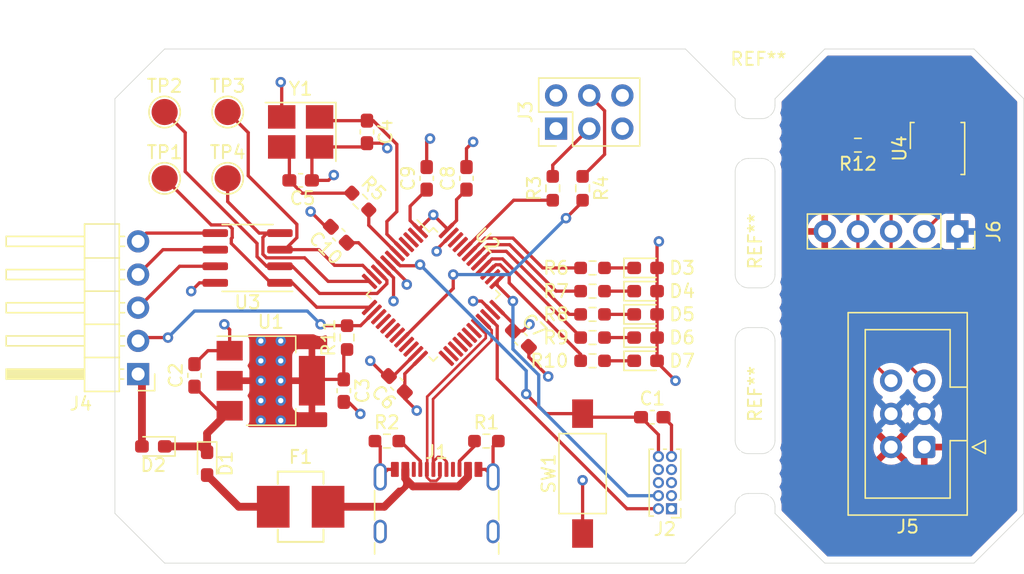
<source format=kicad_pcb>
(kicad_pcb (version 20210108) (generator pcbnew)
  (layers (0 "F.Cu" signal) (1 "In1.Cu" signal) (2 "In2.Cu" signal) (31 "B.Cu" signal) (34 "B.Paste" user) (35 "F.Paste" user) (36 "B.SilkS" user "B.Silkscreen") (37 "F.SilkS" user "F.Silkscreen") (38 "B.Mask" user) (39 "F.Mask" user) (44 "Edge.Cuts" user))
  (net 0 "")
  (net 1 "GND1")
  (net 2 "/~RESET")
  (net 3 "Net-(C2-Pad1)")
  (net 4 "+3V3")
  (net 5 "Net-(C4-Pad1)")
  (net 6 "Net-(C5-Pad1)")
  (net 7 "/VUSB")
  (net 8 "/VFLOOR")
  (net 9 "Net-(D3-Pad1)")
  (net 10 "Net-(D4-Pad1)")
  (net 11 "Net-(D5-Pad1)")
  (net 12 "Net-(D6-Pad1)")
  (net 13 "Net-(D7-Pad1)")
  (net 14 "Net-(F1-Pad2)")
  (net 15 "no_connect_(J1-PadB8)")
  (net 16 "/D-")
  (net 17 "/D+")
  (net 18 "Net-(J1-PadB5)")
  (net 19 "no_connect_(J1-PadA8)")
  (net 20 "Net-(J1-PadA5)")
  (net 21 "no_connect_(J2-Pad8)")
  (net 22 "no_connect_(J2-Pad7)")
  (net 23 "no_connect_(J2-Pad6)")
  (net 24 "/SWDCLK")
  (net 25 "/SWDIO")
  (net 26 "Net-(J3-Pad4)")
  (net 27 "Net-(J3-Pad3)")
  (net 28 "/1WIRE")
  (net 29 "Net-(J4-Pad3)")
  (net 30 "/Feeder Floor/A")
  (net 31 "/Feeder Floor/VIN")
  (net 32 "GND2")
  (net 33 "/Feeder Floor/B")
  (net 34 "/Feeder Floor/1WIRE")
  (net 35 "/BOOT0")
  (net 36 "/BOOT1")
  (net 37 "Net-(R5-Pad2)")
  (net 38 "/LED5")
  (net 39 "/LED4")
  (net 40 "/LED3")
  (net 41 "/LED2")
  (net 42 "/LED1")
  (net 43 "no_connect_(U2-Pad46)")
  (net 44 "no_connect_(U2-Pad45)")
  (net 45 "no_connect_(U2-Pad38)")
  (net 46 "no_connect_(U2-Pad31)")
  (net 47 "no_connect_(U2-Pad30)")
  (net 48 "no_connect_(U2-Pad29)")
  (net 49 "no_connect_(U2-Pad28)")
  (net 50 "no_connect_(U2-Pad27)")
  (net 51 "no_connect_(U2-Pad26)")
  (net 52 "no_connect_(U2-Pad25)")
  (net 53 "no_connect_(U2-Pad22)")
  (net 54 "no_connect_(U2-Pad21)")
  (net 55 "no_connect_(U2-Pad19)")
  (net 56 "no_connect_(U2-Pad18)")
  (net 57 "no_connect_(U2-Pad17)")
  (net 58 "no_connect_(U2-Pad16)")
  (net 59 "no_connect_(U2-Pad15)")
  (net 60 "/RS485_RX")
  (net 61 "/RS485_TX")
  (net 62 "/DE")
  (net 63 "/~RE")
  (net 64 "no_connect_(U2-Pad4)")
  (net 65 "no_connect_(U2-Pad3)")
  (net 66 "no_connect_(U2-Pad2)")
  (net 67 "no_connect_(U4-Pad6)")
  (net 68 "no_connect_(U4-Pad5)")
  (net 69 "no_connect_(U4-Pad4)")
  (net 70 "no_connect_(U4-Pad3)")
  (net 71 "Net-(J4-Pad4)")
  (footprint "RS485 Test:USB_C_Receptacle_HRO_TYPE-C-31-M-12" (layer "F.Cu") (at 196.342 120.396)
    (fp_text reference "J1")
    (fp_text value "USB_C_Receptacle_USB2.0")
  )
  (footprint "Connector_PinHeader_1.00mm:PinHeader_2x05_P1.00mm_Vertical" (layer "F.Cu") (at 214.3252 122.8344 180)
    (fp_text reference "J2")
    (fp_text value "Conn_ARM_JTAG_SWD_10")
  )
  (footprint "Package_QFP:LQFP-48_7x7mm_P0.5mm" (layer "F.Cu") (at 196.088 106.426 -45)
    (fp_text reference "U2")
    (fp_text value "STM32F103C8Tx")
  )
  (footprint "Resistor_SMD:R_0603_1608Metric_Pad0.98x0.95mm_HandSolder" (layer "F.Cu") (at 200.152 117.6528)
    (fp_text reference "R1")
    (fp_text value "5.1k")
  )
  (footprint "TestPoint:TestPoint_Pad_D2.0mm" (layer "F.Cu") (at 180.34 97.536)
    (fp_text reference "TP4")
    (fp_text value "TestPoint")
  )
  (footprint "Resistor_SMD:R_0603_1608Metric_Pad0.98x0.95mm_HandSolder" (layer "F.Cu") (at 208.28 107.95 180)
    (fp_text reference "R8")
    (fp_text value "470")
  )
  (footprint "RS485 Test:Mouse Bites" (layer "F.Cu") (at 220.726 120.142)
    (fp_text reference "REF**")
    (fp_text value "Mouse Bites")
    (fp_line (start -0.508 -1.524) (end 0.508 -1.524) (layer "Edge.Cuts") (width 0.05))
    (fp_line (start -0.508 1.524) (end 0.508 1.524) (layer "Edge.Cuts") (width 0.05))
    (fp_arc (start -0.508001 2.54) (end -0.508 1.524) (angle -90) (layer "Edge.Cuts") (width 0.05))
    (fp_arc (start 0.508 2.539999) (end 1.524 2.54) (angle -90) (layer "Edge.Cuts") (width 0.05))
    (fp_arc (start -0.508 -2.539999) (end -0.508 -1.524) (angle 90) (layer "Edge.Cuts") (width 0.05))
    (fp_arc (start 0.508001 -2.54) (end 1.524 -2.54) (angle 90) (layer "Edge.Cuts") (width 0.05))
  )
  (footprint "LED_SMD:LED_0603_1608Metric_Pad1.05x0.95mm_HandSolder" (layer "F.Cu") (at 212.344 106.172)
    (fp_text reference "D4")
    (fp_text value "LED2")
  )
  (footprint "Connector_IDC:IDC-Header_2x03_P2.54mm_Vertical" (layer "F.Cu") (at 233.68 118.11 180)
    (fp_text reference "J5")
    (fp_text value "IDC")
  )
  (footprint "LED_SMD:LED_0603_1608Metric_Pad1.05x0.95mm_HandSolder" (layer "F.Cu") (at 212.344 104.394)
    (fp_text reference "D3")
    (fp_text value "LED1")
  )
  (footprint "RS485 Test:Mouse Bites" (layer "F.Cu") (at 220.726 107.442)
    (fp_text reference "REF**")
    (fp_text value "Mouse Bites")
    (fp_line (start -0.508 -1.524) (end 0.508 -1.524) (layer "Edge.Cuts") (width 0.05))
    (fp_line (start -0.508 1.524) (end 0.508 1.524) (layer "Edge.Cuts") (width 0.05))
    (fp_arc (start -0.508001 2.54) (end -0.508 1.524) (angle -90) (layer "Edge.Cuts") (width 0.05))
    (fp_arc (start 0.508 2.539999) (end 1.524 2.54) (angle -90) (layer "Edge.Cuts") (width 0.05))
    (fp_arc (start -0.508 -2.539999) (end -0.508 -1.524) (angle 90) (layer "Edge.Cuts") (width 0.05))
    (fp_arc (start 0.508001 -2.54) (end 1.524 -2.54) (angle 90) (layer "Edge.Cuts") (width 0.05))
  )
  (footprint "Resistor_SMD:R_0603_1608Metric_Pad0.98x0.95mm_HandSolder" (layer "F.Cu") (at 207.518 98.298 -90)
    (fp_text reference "R4")
    (fp_text value "10k")
  )
  (footprint "Connector_PinHeader_2.54mm:PinHeader_2x03_P2.54mm_Vertical" (layer "F.Cu") (at 205.486 93.726 90)
    (fp_text reference "J3")
    (fp_text value "Conn_02x03_Odd_Even")
  )
  (footprint "Capacitor_SMD:C_0603_1608Metric_Pad1.08x0.95mm_HandSolder" (layer "F.Cu") (at 198.628 97.536 90)
    (fp_text reference "C8")
    (fp_text value "100nF")
  )
  (footprint "Button_Switch_SMD:SW_SPST_FSMSM" (layer "F.Cu") (at 207.518 120.142 90)
    (fp_text reference "SW1")
    (fp_text value "SW_SPST")
  )
  (footprint "RS485 Test:MF-MSMF050-2" (layer "F.Cu") (at 185.928 122.682)
    (fp_text reference "F1")
    (fp_text value "500mA")
  )
  (footprint "RS485 Test:TSOC-6_3.76x3.94mm_P1.27mm" (layer "F.Cu") (at 234.696 95.25 90)
    (fp_text reference "U4")
    (fp_text value "DS2431")
  )
  (footprint "Capacitor_SMD:C_0603_1608Metric_Pad1.08x0.95mm_HandSolder" (layer "F.Cu") (at 195.58 97.536 90)
    (fp_text reference "C9")
    (fp_text value "100nF")
  )
  (footprint "Crystal:Crystal_SMD_3225-4Pin_3.2x2.5mm_HandSoldering" (layer "F.Cu") (at 185.928 93.98 180)
    (fp_text reference "Y1")
    (fp_text value "8MHz")
  )
  (footprint "Capacitor_SMD:C_0603_1608Metric_Pad1.08x0.95mm_HandSolder" (layer "F.Cu") (at 177.8 112.6236 90)
    (fp_text reference "C2")
    (fp_text value "10uF")
  )
  (footprint "Capacitor_SMD:C_0603_1608Metric_Pad1.08x0.95mm_HandSolder" (layer "F.Cu") (at 188.849 101.854 135)
    (fp_text reference "C10")
    (fp_text value "10uF")
  )
  (footprint "Resistor_SMD:R_0603_1608Metric_Pad0.98x0.95mm_HandSolder" (layer "F.Cu") (at 205.232 98.298 90)
    (fp_text reference "R3")
    (fp_text value "10k")
  )
  (footprint "Capacitor_SMD:C_0603_1608Metric_Pad1.08x0.95mm_HandSolder" (layer "F.Cu") (at 193.294 113.284 135)
    (fp_text reference "C6")
    (fp_text value "100nF")
  )
  (footprint "Package_TO_SOT_SMD:SOT-223-3_TabPin2" (layer "F.Cu") (at 183.642 113.03)
    (fp_text reference "U1")
    (fp_text value "AP1117-33")
  )
  (footprint "Resistor_SMD:R_0603_1608Metric_Pad0.98x0.95mm_HandSolder" (layer "F.Cu") (at 228.6 94.996 180)
    (fp_text reference "R12")
    (fp_text value "220R")
  )
  (footprint "Resistor_SMD:R_0603_1608Metric_Pad0.98x0.95mm_HandSolder" (layer "F.Cu") (at 189.484 109.728 90)
    (fp_text reference "R11")
    (fp_text value "1k")
  )
  (footprint "Resistor_SMD:R_0603_1608Metric_Pad0.98x0.95mm_HandSolder" (layer "F.Cu") (at 208.28 109.728 180)
    (fp_text reference "R9")
    (fp_text value "470")
  )
  (footprint "Diode_SMD:D_0603_1608Metric_Pad1.05x0.95mm_HandSolder" (layer "F.Cu") (at 174.6504 118.0592 180)
    (fp_text reference "D2")
    (fp_text value "D_Schottky")
  )
  (footprint "Diode_SMD:D_0603_1608Metric_Pad1.05x0.95mm_HandSolder" (layer "F.Cu") (at 178.7652 119.38 -90)
    (fp_text reference "D1")
    (fp_text value "D_Schottky")
  )
  (footprint "Connector_PinHeader_2.54mm:PinHeader_1x05_P2.54mm_Horizontal" (layer "F.Cu") (at 173.482 112.522 180)
    (fp_text reference "J4")
    (fp_text value "Floor Connector")
  )
  (footprint "Resistor_SMD:R_0603_1608Metric_Pad0.98x0.95mm_HandSolder" (layer "F.Cu") (at 208.28 111.506 180)
    (fp_text reference "R10")
    (fp_text value "470")
  )
  (footprint "Capacitor_SMD:C_0603_1608Metric_Pad1.08x0.95mm_HandSolder" (layer "F.Cu") (at 202.79388 109.82988 -45)
    (fp_text reference "C7")
    (fp_text value "100nF")
  )
  (footprint "Connector_PinSocket_2.54mm:PinSocket_1x05_P2.54mm_Vertical" (layer "F.Cu") (at 236.22 101.6 -90)
    (fp_text reference "J6")
    (fp_text value "Conn_01x05_Female")
  )
  (footprint "TestPoint:TestPoint_Pad_D2.0mm" (layer "F.Cu") (at 175.514 92.456)
    (fp_text reference "TP2")
    (fp_text value "TestPoint")
  )
  (footprint "Resistor_SMD:R_0603_1608Metric_Pad0.98x0.95mm_HandSolder" (layer "F.Cu") (at 192.532 117.6528)
    (fp_text reference "R2")
    (fp_text value "5.1k")
  )
  (footprint "Package_SO:SOIC-8_3.9x4.9mm_P1.27mm" (layer "F.Cu") (at 181.864 103.632 180)
    (fp_text reference "U3")
    (fp_text value "MAX3078E")
  )
  (footprint "Capacitor_SMD:C_0603_1608Metric_Pad1.08x0.95mm_HandSolder" (layer "F.Cu") (at 189.23 113.792 -90)
    (fp_text reference "C3")
    (fp_text value "22uF")
  )
  (footprint "LED_SMD:LED_0603_1608Metric_Pad1.05x0.95mm_HandSolder" (layer "F.Cu") (at 212.344 109.728)
    (fp_text reference "D6")
    (fp_text value "LED4")
  )
  (footprint "RS485 Test:Mouse Bites" (layer "F.Cu") (at 220.726 94.488)
    (fp_text reference "REF**")
    (fp_text value "Mouse Bites")
    (fp_line (start -0.508 -1.524) (end 0.508 -1.524) (layer "Edge.Cuts") (width 0.05))
    (fp_line (start -0.508 1.524) (end 0.508 1.524) (layer "Edge.Cuts") (width 0.05))
    (fp_arc (start -0.508001 2.54) (end -0.508 1.524) (angle -90) (layer "Edge.Cuts") (width 0.05))
    (fp_arc (start 0.508 2.539999) (end 1.524 2.54) (angle -90) (layer "Edge.Cuts") (width 0.05))
    (fp_arc (start -0.508 -2.539999) (end -0.508 -1.524) (angle 90) (layer "Edge.Cuts") (width 0.05))
    (fp_arc (start 0.508001 -2.54) (end 1.524 -2.54) (angle 90) (layer "Edge.Cuts") (width 0.05))
  )
  (footprint "TestPoint:TestPoint_Pad_D2.0mm" (layer "F.Cu") (at 175.514 97.536)
    (fp_text reference "TP1")
    (fp_text value "TestPoint")
  )
  (footprint "Capacitor_SMD:C_0603_1608Metric_Pad1.08x0.95mm_HandSolder" (layer "F.Cu") (at 191.008 93.98 -90)
    (fp_text reference "C4")
    (fp_text value "10pF")
  )
  (footprint "LED_SMD:LED_0603_1608Metric_Pad1.05x0.95mm_HandSolder" (layer "F.Cu") (at 212.344 107.95)
    (fp_text reference "D5")
    (fp_text value "LED3")
  )
  (footprint "Capacitor_SMD:C_0603_1608Metric_Pad1.08x0.95mm_HandSolder" (layer "F.Cu") (at 185.928 97.6895)
    (fp_text reference "C5")
    (fp_text value "10pF")
  )
  (footprint "TestPoint:TestPoint_Pad_D2.0mm" (layer "F.Cu") (at 180.34 92.456)
    (fp_text reference "TP3")
    (fp_text value "TestPoint")
  )
  (footprint "Resistor_SMD:R_0603_1608Metric_Pad0.98x0.95mm_HandSolder" (layer "F.Cu") (at 208.28 104.394 180)
    (fp_text reference "R6")
    (fp_text value "470")
  )
  (footprint "Resistor_SMD:R_0603_1608Metric_Pad0.98x0.95mm_HandSolder" (layer "F.Cu") (at 190.5 99.314 -45)
    (fp_text reference "R5")
    (fp_text value "50R")
  )
  (footprint "LED_SMD:LED_0603_1608Metric_Pad1.05x0.95mm_HandSolder" (layer "F.Cu") (at 212.344 111.506)
    (fp_text reference "D7")
    (fp_text value "LED5")
  )
  (footprint "Capacitor_SMD:C_0603_1608Metric_Pad1.08x0.95mm_HandSolder" (layer "F.Cu") (at 212.852 115.824)
    (fp_text reference "C1")
    (fp_text value "0.1uF")
  )
  (footprint "Resistor_SMD:R_0603_1608Metric_Pad0.98x0.95mm_HandSolder" (layer "F.Cu") (at 208.28 106.172 180)
    (fp_text reference "R7")
    (fp_text value "470")
  )
  (gr_line (start 175.514 87.63) (end 215.392 87.63) (layer "Edge.Cuts") (width 0.05))
  (gr_line (start 215.392 127) (end 175.514 127) (layer "Edge.Cuts") (width 0.05))
  (gr_line (start 219.202 91.44) (end 215.392 87.63) (layer "Edge.Cuts") (width 0.05))
  (gr_line (start 237.49 127) (end 226.06 127) (layer "Edge.Cuts") (width 0.05))
  (gr_line (start 241.3 123.19) (end 237.49 127) (layer "Edge.Cuts") (width 0.05))
  (gr_line (start 219.201999 97.027999) (end 219.202001 104.902001) (layer "Edge.Cuts") (width 0.05))
  (gr_line (start 241.3 123.19) (end 241.3 91.44) (layer "Edge.Cuts") (width 0.05))
  (gr_line (start 175.514 127) (end 171.704 123.19) (layer "Edge.Cuts") (width 0.05))
  (gr_line (start 219.202001 91.948001) (end 219.202 91.44) (layer "Edge.Cuts") (width 0.05))
  (gr_line (start 241.3 91.44) (end 237.49 87.63) (layer "Edge.Cuts") (width 0.05))
  (gr_line (start 222.25 117.602) (end 222.25 109.982) (layer "Edge.Cuts") (width 0.05))
  (gr_line (start 222.25 97.028) (end 222.25 104.902) (layer "Edge.Cuts") (width 0.05))
  (gr_line (start 219.202 123.19) (end 215.392 127) (layer "Edge.Cuts") (width 0.05))
  (gr_line (start 171.704 123.19) (end 171.704 91.44) (layer "Edge.Cuts") (width 0.05))
  (gr_line (start 219.202 122.682) (end 219.202 123.19) (layer "Edge.Cuts") (width 0.05))
  (gr_line (start 171.704 91.44) (end 175.514 87.63) (layer "Edge.Cuts") (width 0.05))
  (gr_line (start 219.202 117.602) (end 219.201999 109.981999) (layer "Edge.Cuts") (width 0.05))
  (gr_line (start 226.06 127) (end 222.25 123.19) (layer "Edge.Cuts") (width 0.05))
  (gr_line (start 222.25 91.948) (end 222.25 91.44) (layer "Edge.Cuts") (width 0.05))
  (gr_line (start 222.25 91.44) (end 226.06 87.63) (layer "Edge.Cuts") (width 0.05))
  (gr_line (start 226.06 87.63) (end 237.49 87.63) (layer "Edge.Cuts") (width 0.05))
  (gr_line (start 222.25 123.19) (end 222.25 122.682) (layer "Edge.Cuts") (width 0.05))
  (segment (start 196.342 102.99002) (end 196.342 103.124) (width 0.25) (layer "F.Cu") (net 1))
  (segment (start 203.40376 110.43976) (end 203.40376 111.226455) (width 0.25) (layer "F.Cu") (net 1))
  (segment (start 199.542 119.821) (end 200.087 119.821) (width 0.25) (layer "F.Cu") (net 1))
  (segment (start 188.0605 97.6895) (end 188.468 97.282) (width 0.25) (layer "F.Cu") (net 1))
  (segment (start 187.378 95.13) (end 190.7205 95.13) (width 0.25) (layer "F.Cu") (net 1))
  (segment (start 192.022 120.396) (end 192.022 118.0553) (width 0.25) (layer "F.Cu") (net 1))
  (segment (start 198.628 96.6735) (end 198.628 95.25) (width 0.25) (layer "F.Cu") (net 1))
  (segment (start 186.7905 97.6895) (end 186.7905 95.7175) (width 0.25) (layer "F.Cu") (net 1))
  (segment (start 173.482 102.362) (end 174.117 101.727) (width 0.25) (layer "F.Cu") (net 1))
  (segment (start 195.58 94.742) (end 195.834 94.488) (width 0.25) (layer "F.Cu") (net 1))
  (segment (start 214.3252 118.8344) (end 214.3252 116.4347) (width 0.25) (layer "F.Cu") (net 1))
  (segment (start 200.622322 107.778342) (end 199.77798 106.934) (width 0.25) (layer "F.Cu") (net 1))
  (segment (start 180.492 109.118) (end 180.086 108.712) (width 0.25) (layer "F.Cu") (net 1))
  (segment (start 187.85812 101.24412) (end 186.69 100.076) (width 0.25) (layer "F.Cu") (net 1))
  (segment (start 188.23912 101.24412) (end 187.85812 101.24412) (width 0.25) (layer "F.Cu") (net 1))
  (segment (start 186.7905 95.7175) (end 187.378 95.13) (width 0.25) (layer "F.Cu") (net 1))
  (segment (start 193.142 119.821) (end 192.597 119.821) (width 0.25) (layer "F.Cu") (net 1))
  (segment (start 193.02186 112.67412) (end 194.735658 110.960322) (width 0.25) (layer "F.Cu") (net 1))
  (segment (start 214.3252 116.4347) (end 213.7145 115.824) (width 0.25) (layer "F.Cu") (net 1))
  (segment (start 192.68412 112.67412) (end 192.43012 112.67412) (width 0.25) (layer "F.Cu") (net 1))
  (segment (start 184.478 92.83) (end 184.478 90.244) (width 0.25) (layer "F.Cu") (net 1))
  (segment (start 200.087 119.821) (end 200.662 120.396) (width 0.25) (layer "F.Cu") (net 1))
  (segment (start 174.117 101.727) (end 179.389 101.727) (width 0.25) (layer "F.Cu") (net 1))
  (segment (start 199.77798 106.934) (end 199.136 106.934) (width 0.25) (layer "F.Cu") (net 1))
  (segment (start 192.022 118.0553) (end 191.6195 117.6528) (width 0.25) (layer "F.Cu") (net 1))
  (segment (start 203.40376 111.226455) (end 204.883021 112.705716) (width 0.25) (layer "F.Cu") (net 1))
  (segment (start 180.492 110.73) (end 180.492 109.118) (width 0.25) (layer "F.Cu") (net 1))
  (segment (start 200.662 118.0553) (end 201.0645 117.6528) (width 0.25) (layer "F.Cu") (net 1))
  (segment (start 192.614338 104.012998) (end 194.056 105.45466) (width 0.25) (layer "F.Cu") (net 1))
  (segment (start 191.008 94.8425) (end 192.18268 94.8425) (width 0.25) (layer "F.Cu") (net 1))
  (segment (start 195.58 96.6735) (end 195.58 94.742) (width 0.25) (layer "F.Cu") (net 1))
  (segment (start 184.478 90.244) (end 184.404 90.17) (width 0.25) (layer "F.Cu") (net 1))
  (segment (start 207.518 124.732) (end 207.518 120.65) (width 0.25) (layer "F.Cu") (net 1))
  (segment (start 178.8311 110.73) (end 180.492 110.73) (width 0.25) (layer "F.Cu") (net 1))
  (segment (start 192.18268 94.8425) (end 192.56109 95.22091) (width 0.25) (layer "F.Cu") (net 1))
  (segment (start 198.628 95.25) (end 199.136 94.742) (width 0.25) (layer "F.Cu") (net 1))
  (segment (start 200.662 120.396) (end 200.662 118.0553) (width 0.25) (layer "F.Cu") (net 1))
  (segment (start 189.23 114.6545) (end 189.5845 114.6545) (width 0.25) (layer "F.Cu") (net 1))
  (segment (start 192.597 119.821) (end 192.022 120.396) (width 0.25) (layer "F.Cu") (net 1))
  (segment (start 190.7205 95.13) (end 191.008 94.8425) (width 0.25) (layer "F.Cu") (net 1))
  (segment (start 177.8 111.7611) (end 178.8311 110.73) (width 0.25) (layer "F.Cu") (net 1))
  (segment (start 194.056 105.45466) (end 194.056 105.664) (width 0.25) (layer "F.Cu") (net 1))
  (segment (start 192.68412 112.67412) (end 193.02186 112.67412) (width 0.25) (layer "F.Cu") (net 1))
  (segment (start 186.7905 97.6895) (end 188.0605 97.6895) (width 0.25) (layer "F.Cu") (net 1))
  (segment (start 192.43012 112.67412) (end 191.262 111.506) (width 0.25) (layer "F.Cu") (net 1))
  (segment (start 189.5845 114.6545) (end 190.5 115.57) (width 0.25) (layer "F.Cu") (net 1))
  (segment (start 197.440342 101.891678) (end 196.342 102.99002) (width 0.25) (layer "F.Cu") (net 1))
  (via (at 190.5 115.57) (size 0.8) (drill 0.4) (layers "F.Cu" "B.Cu") (net 1))
  (via (at 192.56109 95.22091) (size 0.8) (drill 0.4) (layers "F.Cu" "B.Cu") (net 1))
  (via (at 184.404 90.17) (size 0.8) (drill 0.4) (layers "F.Cu" "B.Cu") (net 1))
  (via (at 207.518 120.65) (size 0.8) (drill 0.4) (layers "F.Cu" "B.Cu") (net 1))
  (via (at 195.834 94.488) (size 0.8) (drill 0.4) (layers "F.Cu" "B.Cu") (net 1))
  (via (at 191.262 111.506) (size 0.8) (drill 0.4) (layers "F.Cu" "B.Cu") (net 1))
  (via (at 180.086 108.712) (size 0.8) (drill 0.4) (layers "F.Cu" "B.Cu") (net 1))
  (via (at 194.056 105.664) (size 0.8) (drill 0.4) (layers "F.Cu" "B.Cu") (net 1))
  (via (at 204.883021 112.705716) (size 0.8) (drill 0.4) (layers "F.Cu" "B.Cu") (net 1))
  (via (at 188.468 97.282) (size 0.8) (drill 0.4) (layers "F.Cu" "B.Cu") (net 1))
  (via (at 199.136 106.934) (size 0.8) (drill 0.4) (layers "F.Cu" "B.Cu") (net 1))
  (via (at 199.136 94.742) (size 0.8) (drill 0.4) (layers "F.Cu" "B.Cu") (net 1))
  (via (at 186.69 100.076) (size 0.8) (drill 0.4) (layers "F.Cu" "B.Cu") (net 1))
  (via (at 196.342 103.124) (size 0.8) (drill 0.4) (layers "F.Cu" "B.Cu") (net 1))
  (segment (start 193.535848 104.227402) (end 194.984598 104.227402) (width 0.25) (layer "F.Cu") (net 2))
  (segment (start 213.3252 118.8344) (end 213.3252 117.1597) (width 0.25) (layer "F.Cu") (net 2))
  (segment (start 211.9895 115.824) (end 207.79 115.824) (width 0.25) (layer "F.Cu") (net 2))
  (segment (start 194.984598 104.227402) (end 195.072 104.14) (width 0.25) (layer "F.Cu") (net 2))
  (segment (start 203.2 114.046) (end 204.706 115.552) (width 0.25) (layer "F.Cu") (net 2))
  (segment (start 192.967891 103.659445) (end 193.535848 104.227402) (width 0.25) (layer "F.Cu") (net 2))
  (segment (start 213.3252 117.1597) (end 211.9895 115.824) (width 0.25) (layer "F.Cu") (net 2))
  (segment (start 204.706 115.552) (end 207.518 115.552) (width 0.25) (layer "F.Cu") (net 2))
  (segment (start 207.79 115.824) (end 207.518 115.552) (width 0.25) (layer "F.Cu") (net 2))
  (via (at 203.2 114.046) (size 0.8) (drill 0.4) (layers "F.Cu" "B.Cu") (net 2))
  (via (at 195.072 104.14) (size 0.8) (drill 0.4) (layers "F.Cu" "B.Cu") (net 2))
  (segment (start 195.072 104.14) (end 203.2 112.268) (width 0.25) (layer "B.Cu") (net 2))
  (segment (start 203.2 112.268) (end 203.2 114.046) (width 0.25) (layer "B.Cu") (net 2))
  (segment (start 178.7652 118.505) (end 178.7652 117.0568) (width 0.6) (layer "F.Cu") (net 3))
  (segment (start 179.6439 115.33) (end 180.492 115.33) (width 0.25) (layer "F.Cu") (net 3))
  (segment (start 177.8 113.4861) (end 179.6439 115.33) (width 0.25) (layer "F.Cu") (net 3))
  (segment (start 178.3194 118.0592) (end 178.7652 118.505) (width 0.6) (layer "F.Cu") (net 3))
  (segment (start 178.7652 117.0568) (end 180.492 115.33) (width 0.6) (layer "F.Cu") (net 3))
  (segment (start 175.5254 118.0592) (end 178.3194 118.0592) (width 0.6) (layer "F.Cu") (net 3))
  (segment (start 197.866 100.758912) (end 197.866 99.1605) (width 0.25) (layer "F.Cu") (net 4))
  (segment (start 213.219 111.619) (end 214.63 113.03) (width 0.25) (layer "F.Cu") (net 4))
  (segment (start 178.181 105.537) (end 177.546 106.172) (width 0.25) (layer "F.Cu") (net 4))
  (segment (start 213.219 111.506) (end 213.219 109.728) (width 0.25) (layer "F.Cu") (net 4))
  (segment (start 186.8925 112.9295) (end 186.792 113.03) (width 0.25) (layer "F.Cu") (net 4))
  (segment (start 193.90388 112.499208) (end 195.089212 111.313876) (width 0.25) (layer "F.Cu") (net 4))
  (segment (start 197.866 99.1605) (end 198.628 98.3985) (width 0.25) (layer "F.Cu") (net 4))
  (segment (start 195.089212 101.538124) (end 195.089212 101.328788) (width 0.25) (layer "F.Cu") (net 4))
  (segment (start 213.219 109.728) (end 213.219 107.95) (width 0.25) (layer "F.Cu") (net 4))
  (segment (start 193.90388 113.89388) (end 193.90388 112.499208) (width 0.25) (layer "F.Cu") (net 4))
  (segment (start 202.184 109.22) (end 202.946 109.22) (width 0.25) (layer "F.Cu") (net 4))
  (segment (start 192.260785 104.366551) (end 193.04 105.145766) (width 0.25) (layer "F.Cu") (net 4))
  (segment (start 197.086788 101.328788) (end 196.088 100.33) (width 0.25) (layer "F.Cu") (net 4))
  (segment (start 194.31 100.758912) (end 194.31 99.6685) (width 0.25) (layer "F.Cu") (net 4))
  (segment (start 213.219 104.394) (end 213.219 102.503) (width 0.25) (layer "F.Cu") (net 4))
  (segment (start 197.086788 101.538124) (end 197.086788 101.328788) (width 0.25) (layer "F.Cu") (net 4))
  (segment (start 213.219 107.95) (end 213.219 106.172) (width 0.25) (layer "F.Cu") (net 4))
  (segment (start 197.086788 101.538124) (end 197.866 100.758912) (width 0.25) (layer "F.Cu") (net 4))
  (segment (start 213.219 106.172) (end 213.219 104.394) (width 0.25) (layer "F.Cu") (net 4))
  (segment (start 193.04 105.145766) (end 193.04 106.934) (width 0.25) (layer "F.Cu") (net 4))
  (segment (start 192.260785 104.366551) (end 190.358114 102.46388) (width 0.25) (layer "F.Cu") (net 4))
  (segment (start 193.90388 113.89388) (end 193.90388 114.40188) (width 0.25) (layer "F.Cu") (net 4))
  (segment (start 189.23 110.8945) (end 189.484 110.6405) (width 0.25) (layer "F.Cu") (net 4))
  (segment (start 194.31 99.6685) (end 195.58 98.3985) (width 0.25) (layer "F.Cu") (net 4))
  (segment (start 190.358114 102.46388) (end 189.45888 102.46388) (width 0.25) (layer "F.Cu") (net 4))
  (segment (start 202.946 109.22) (end 203.454 108.712) (width 0.25) (layer "F.Cu") (net 4))
  (segment (start 213.219 102.503) (end 213.36 102.362) (width 0.25) (layer "F.Cu") (net 4))
  (segment (start 202.184 109.22) (end 202.184 108.632912) (width 0.25) (layer "F.Cu") (net 4))
  (segment (start 189.23 112.9295) (end 186.8925 112.9295) (width 0.25) (layer "F.Cu") (net 4))
  (segment (start 189.23 112.9295) (end 189.23 110.8945) (width 0.25) (layer "F.Cu") (net 4))
  (segment (start 195.089212 101.328788) (end 196.088 100.33) (width 0.25) (layer "F.Cu") (net 4))
  (segment (start 195.089212 101.538124) (end 194.31 100.758912) (width 0.25) (layer "F.Cu") (net 4))
  (segment (start 202.184 108.632912) (end 200.975876 107.424788) (width 0.25) (layer "F.Cu") (net 4))
  (segment (start 213.219 111.506) (end 213.219 111.619) (width 0.25) (layer "F.Cu") (net 4))
  (segment (start 179.389 105.537) (end 178.181 105.537) (width 0.25) (layer "F.Cu") (net 4))
  (segment (start 193.90388 114.40188) (end 194.818 115.316) (width 0.25) (layer "F.Cu") (net 4))
  (via (at 194.818 115.316) (size 0.8) (drill 0.4) (layers "F.Cu" "B.Cu") (net 4))
  (via (at 177.546 106.172) (size 0.8) (drill 0.4) (layers "F.Cu" "B.Cu") (net 4))
  (via (at 182.88 109.982) (size 0.8) (drill 0.4) (layers "F.Cu" "B.Cu") (net 4))
  (via (at 184.404 113.03) (size 0.8) (drill 0.4) (layers "F.Cu" "B.Cu") (net 4))
  (via (at 214.63 113.03) (size 0.8) (drill 0.4) (layers "F.Cu" "B.Cu") (net 4))
  (via (at 193.04 106.934) (size 0.8) (drill 0.4) (layers "F.Cu" "B.Cu") (net 4))
  (via (at 184.404 114.554) (size 0.8) (drill 0.4) (layers "F.Cu" "B.Cu") (net 4))
  (via (at 213.36 102.362) (size 0.8) (drill 0.4) (layers "F.Cu" "B.Cu") (net 4))
  (via (at 184.404 111.506) (size 0.8) (drill 0.4) (layers "F.Cu" "B.Cu") (net 4))
  (via (at 203.454 108.712) (size 0.8) (drill 0.4) (layers "F.Cu" "B.Cu") (net 4))
  (via (at 184.404 116.078) (size 0.8) (drill 0.4) (layers "F.Cu" "B.Cu") (net 4))
  (via (at 182.88 116.078) (size 0.8) (drill 0.4) (layers "F.Cu" "B.Cu") (net 4))
  (via (at 182.88 111.506) (size 0.8) (drill 0.4) (layers "F.Cu" "B.Cu") (net 4))
  (via (at 184.404 109.982) (size 0.8) (drill 0.4) (layers "F.Cu" "B.Cu") (net 4))
  (via (at 196.088 100.33) (size 0.8) (drill 0.4) (layers "F.Cu" "B.Cu") (net 4))
  (via (at 182.88 113.03) (size 0.8) (drill 0.4) (layers "F.Cu" "B.Cu") (net 4))
  (via (at 182.88 114.554) (size 0.8) (drill 0.4) (layers "F.Cu" "B.Cu") (net 4))
  (segment (start 192.532 100.838) (end 192.532 101.80934) (width 0.25) (layer "F.Cu") (net 5))
  (segment (start 193.294 94.9285) (end 193.294 100.076) (width 0.25) (layer "F.Cu") (net 5))
  (segment (start 187.6655 93.1175) (end 187.378 92.83) (width 0.25) (layer "F.Cu") (net 5))
  (segment (start 191.008 93.1175) (end 187.6655 93.1175) (width 0.25) (layer "F.Cu") (net 5))
  (segment (start 192.532 101.80934) (end 193.674998 102.952338) (width 0.25) (layer "F.Cu") (net 5))
  (segment (start 191.483 93.1175) (end 193.294 94.9285) (width 0.25) (layer "F.Cu") (net 5))
  (segment (start 191.008 93.1175) (end 191.483 93.1175) (width 0.25) (layer "F.Cu") (net 5))
  (segment (start 193.294 100.076) (end 192.532 100.838) (width 0.25) (layer "F.Cu") (net 5))
  (segment (start 185.0655 95.7175) (end 184.478 95.13) (width 0.25) (layer "F.Cu") (net 6))
  (segment (start 186.044765 98.668765) (end 185.0655 97.6895) (width 0.25) (layer "F.Cu") (net 6))
  (segment (start 185.0655 97.6895) (end 185.0655 95.7175) (width 0.25) (layer "F.Cu") (net 6))
  (segment (start 189.854765 98.668765) (end 186.044765 98.668765) (width 0.25) (layer "F.Cu") (net 6))
  (segment (start 181.1922 122.682) (end 178.7652 120.255) (width 0.6) (layer "F.Cu") (net 7))
  (segment (start 183.828 122.682) (end 181.1922 122.682) (width 0.6) (layer "F.Cu") (net 7))
  (segment (start 173.7754 112.8154) (end 173.482 112.522) (width 0.6) (layer "F.Cu") (net 8))
  (segment (start 173.7754 118.0592) (end 173.7754 112.8154) (width 0.6) (layer "F.Cu") (net 8))
  (segment (start 209.1925 104.394) (end 211.469 104.394) (width 0.25) (layer "F.Cu") (net 9))
  (segment (start 209.1925 106.172) (end 211.469 106.172) (width 0.25) (layer "F.Cu") (net 10))
  (segment (start 209.1925 107.95) (end 211.469 107.95) (width 0.25) (layer "F.Cu") (net 11))
  (segment (start 209.1925 109.728) (end 211.469 109.728) (width 0.25) (layer "F.Cu") (net 12))
  (segment (start 209.1925 111.506) (end 211.469 111.506) (width 0.25) (layer "F.Cu") (net 13))
  (segment (start 193.942 120.536) (end 193.942 119.821) (width 0.6) (layer "F.Cu") (net 14))
  (segment (start 198.742 119.821) (end 198.742 120.396) (width 0.6) (layer "F.Cu") (net 14))
  (segment (start 198.742 120.396) (end 198.016969 121.121031) (width 0.6) (layer "F.Cu") (net 14))
  (segment (start 194.527031 121.121031) (end 193.942 120.536) (width 0.6) (layer "F.Cu") (net 14))
  (segment (start 193.942 121.072032) (end 193.942 119.821) (width 0.6) (layer "F.Cu") (net 14))
  (segment (start 198.016969 121.121031) (end 194.527031 121.121031) (width 0.6) (layer "F.Cu") (net 14))
  (segment (start 188.028 122.682) (end 192.332032 122.682) (width 0.6) (layer "F.Cu") (net 14))
  (segment (start 192.332032 122.682) (end 193.942 121.072032) (width 0.6) (layer "F.Cu") (net 14))
  (segment (start 199.561662 108.839002) (end 199.597016 108.839002) (width 0.2) (layer "F.Cu") (net 16))
  (segment (start 195.592 119.821) (end 195.592 120.426358) (width 0.2) (layer "F.Cu") (net 16))
  (segment (start 195.616999 119.796001) (end 195.592 119.821) (width 0.2) (layer "F.Cu") (net 16))
  (segment (start 195.861662 120.69602) (end 196.322338 120.69602) (width 0.2) (layer "F.Cu") (net 16))
  (segment (start 195.592 120.426358) (end 195.861662 120.69602) (width 0.2) (layer "F.Cu") (net 16))
  (segment (start 196.322338 120.69602) (end 196.596 120.422358) (width 0.2) (layer "F.Cu") (net 16))
  (segment (start 200.10462 109.763318) (end 195.616999 114.250939) (width 0.2) (layer "F.Cu") (net 16))
  (segment (start 199.597016 108.839002) (end 200.10462 109.346606) (width 0.2) (layer "F.Cu") (net 16))
  (segment (start 195.616999 114.250939) (end 195.616999 119.796001) (width 0.2) (layer "F.Cu") (net 16))
  (segment (start 200.10462 109.346606) (end 200.10462 109.763318) (width 0.2) (layer "F.Cu") (net 16))
  (segment (start 196.596 119.825) (end 196.592 119.821) (width 0.2) (layer "F.Cu") (net 16))
  (segment (start 196.596 120.422358) (end 196.596 119.825) (width 0.2) (layer "F.Cu") (net 16))
  (segment (start 196.067001 119.796001) (end 196.092 119.821) (width 0.2) (layer "F.Cu") (net 17))
  (segment (start 196.092 119.821) (end 196.092 119.215642) (width 0.2) (layer "F.Cu") (net 17))
  (segment (start 200.554611 109.160199) (end 200.554611 109.949711) (width 0.2) (layer "F.Cu") (net 17))
  (segment (start 199.915215 108.520803) (end 200.554611 109.160199) (width 0.2) (layer "F.Cu") (net 17))
  (segment (start 196.067001 114.437321) (end 196.067001 119.796001) (width 0.2) (layer "F.Cu") (net 17))
  (segment (start 200.554611 109.949711) (end 196.067001 114.437321) (width 0.2) (layer "F.Cu") (net 17))
  (segment (start 196.092 119.215642) (end 196.435642 118.872) (width 0.2) (layer "F.Cu") (net 17))
  (segment (start 199.915215 108.485449) (end 199.915215 108.520803) (width 0.2) (layer "F.Cu") (net 17))
  (segment (start 196.435642 118.872) (end 196.748358 118.872) (width 0.2) (layer "F.Cu") (net 17))
  (segment (start 197.092 119.215642) (end 197.092 119.821) (width 0.2) (layer "F.Cu") (net 17))
  (segment (start 196.748358 118.872) (end 197.092 119.215642) (width 0.2) (layer "F.Cu") (net 17))
  (segment (start 199.2395 118.032786) (end 199.2395 117.6528) (width 0.25) (layer "F.Cu") (net 18))
  (segment (start 198.092 119.180286) (end 199.2395 118.032786) (width 0.25) (layer "F.Cu") (net 18))
  (segment (start 198.092 119.821) (end 198.092 119.180286) (width 0.25) (layer "F.Cu") (net 18))
  (segment (start 193.564514 117.6528) (end 193.4445 117.6528) (width 0.25) (layer "F.Cu") (net 20))
  (segment (start 195.092 119.180286) (end 193.564514 117.6528) (width 0.25) (layer "F.Cu") (net 20))
  (segment (start 195.092 119.821) (end 195.092 119.180286) (width 0.25) (layer "F.Cu") (net 20))
  (segment (start 200.975876 105.427212) (end 200.975876 105.725876) (width 0.25) (layer "F.Cu") (net 24))
  (segment (start 200.975876 105.725876) (end 202.184 106.934) (width 0.25) (layer "F.Cu") (net 24))
  (via (at 202.184 106.934) (size 0.8) (drill 0.4) (layers "F.Cu" "B.Cu") (net 24))
  (segment (start 204.158011 115.004011) (end 210.9884 121.8344) (width 0.25) (layer "B.Cu") (net 24))
  (segment (start 204.158011 112.589599) (end 204.158011 115.004011) (width 0.25) (layer "B.Cu") (net 24))
  (segment (start 210.9884 121.8344) (end 213.3252 121.8344) (width 0.25) (layer "B.Cu") (net 24))
  (segment (start 202.184 106.934) (end 202.184 110.615588) (width 0.25) (layer "B.Cu") (net 24))
  (segment (start 202.184 110.615588) (end 204.158011 112.589599) (width 0.25) (layer "B.Cu") (net 24))
  (segment (start 210.915398 122.8344) (end 200.979622 112.898624) (width 0.25) (layer "F.Cu") (net 25))
  (segment (start 213.3252 122.8344) (end 210.915398 122.8344) (width 0.25) (layer "F.Cu") (net 25))
  (segment (start 200.979622 108.842748) (end 200.268769 108.131895) (width 0.25) (layer "F.Cu") (net 25))
  (segment (start 200.979622 112.898624) (end 200.979622 108.842748) (width 0.25) (layer "F.Cu") (net 25))
  (segment (start 209.201011 95.702489) (end 209.201011 92.361011) (width 0.25) (layer "F.Cu") (net 26))
  (segment (start 209.201011 92.361011) (end 208.026 91.186) (width 0.25) (layer "F.Cu") (net 26))
  (segment (start 207.518 97.3855) (end 209.201011 95.702489) (width 0.25) (layer "F.Cu") (net 26))
  (segment (start 205.232 96.52) (end 208.026 93.726) (width 0.25) (layer "F.Cu") (net 27))
  (segment (start 205.232 97.3855) (end 205.232 96.52) (width 0.25) (layer "F.Cu") (net 27))
  (segment (start 173.736 109.728) (end 173.482 109.982) (width 0.25) (layer "F.Cu") (net 28))
  (segment (start 189.484 108.8155) (end 190.51652 108.8155) (width 0.25) (layer "F.Cu") (net 28))
  (segment (start 175.768 109.728) (end 173.736 109.728) (width 0.25) (layer "F.Cu") (net 28))
  (segment (start 189.484 108.8155) (end 187.5555 108.8155) (width 0.25) (layer "F.Cu") (net 28))
  (segment (start 190.51652 108.8155) (end 191.553678 107.778342) (width 0.25) (layer "F.Cu") (net 28))
  (segment (start 187.5555 108.8155) (end 187.452 108.712) (width 0.25) (layer "F.Cu") (net 28))
  (via (at 175.768 109.728) (size 0.8) (drill 0.4) (layers "F.Cu" "B.Cu") (net 28))
  (via (at 187.452 108.712) (size 0.8) (drill 0.4) (layers "F.Cu" "B.Cu") (net 28))
  (segment (start 187.452 108.712) (end 186.436 107.696) (width 0.25) (layer "B.Cu") (net 28))
  (segment (start 186.436 107.696) (end 177.8 107.696) (width 0.25) (layer "B.Cu") (net 28))
  (segment (start 177.8 107.696) (end 175.768 109.728) (width 0.25) (layer "B.Cu") (net 28))
  (segment (start 173.482 107.442) (end 176.657 104.267) (width 0.25) (layer "F.Cu") (net 29))
  (segment (start 176.657 104.267) (end 179.389 104.267) (width 0.25) (layer "F.Cu") (net 29))
  (segment (start 228.6 110.49) (end 228.6 101.6) (width 0.25) (layer "F.Cu") (net 30))
  (segment (start 228.6 95.9085) (end 227.6875 94.996) (width 0.25) (layer "F.Cu") (net 30))
  (segment (start 231.14 113.03) (end 228.6 110.49) (width 0.25) (layer "F.Cu") (net 30))
  (segment (start 228.6 101.6) (end 228.6 95.9085) (width 0.25) (layer "F.Cu") (net 30))
  (segment (start 231.14 110.49) (end 231.14 101.6) (width 0.25) (layer "F.Cu") (net 33))
  (segment (start 233.68 113.03) (end 231.14 110.49) (width 0.25) (layer "F.Cu") (net 33))
  (segment (start 231.14 101.6) (end 231.14 96.6235) (width 0.25) (layer "F.Cu") (net 33))
  (segment (start 231.14 96.6235) (end 229.5125 94.996) (width 0.25) (layer "F.Cu") (net 33))
  (segment (start 233.68 101.6) (end 234.696 100.584) (width 0.25) (layer "F.Cu") (net 34))
  (segment (start 234.696 100.584) (end 234.696 96.775) (width 0.25) (layer "F.Cu") (net 34))
  (segment (start 198.501002 102.952338) (end 202.24284 99.2105) (width 0.25) (layer "F.Cu") (net 35))
  (segment (start 202.24284 99.2105) (end 205.232 99.2105) (width 0.25) (layer "F.Cu") (net 35))
  (segment (start 207.518 99.314) (end 206.248 100.584) (width 0.25) (layer "F.Cu") (net 36))
  (segment (start 197.612 105.96266) (end 197.612 104.902) (width 0.25) (layer "F.Cu") (net 36))
  (segment (start 207.518 99.2105) (end 207.518 99.314) (width 0.25) (layer "F.Cu") (net 36))
  (segment (start 193.674998 109.899662) (end 197.612 105.96266) (width 0.25) (layer "F.Cu") (net 36))
  (via (at 206.248 100.584) (size 0.8) (drill 0.4) (layers "F.Cu" "B.Cu") (net 36))
  (via (at 197.612 104.902) (size 0.8) (drill 0.4) (layers "F.Cu" "B.Cu") (net 36))
  (segment (start 201.93 104.902) (end 197.612 104.902) (width 0.25) (layer "B.Cu") (net 36))
  (segment (start 206.248 100.584) (end 201.93 104.902) (width 0.25) (layer "B.Cu") (net 36))
  (segment (start 191.145235 99.959235) (end 191.145235 101.129681) (width 0.25) (layer "F.Cu") (net 37))
  (segment (start 191.145235 101.129681) (end 193.321445 103.305891) (width 0.25) (layer "F.Cu") (net 37))
  (segment (start 202.184 102.108) (end 204.47 104.394) (width 0.25) (layer "F.Cu") (net 38))
  (segment (start 198.854555 103.305891) (end 200.052446 102.108) (width 0.25) (layer "F.Cu") (net 38))
  (segment (start 204.47 104.394) (end 207.3675 104.394) (width 0.25) (layer "F.Cu") (net 38))
  (segment (start 200.052446 102.108) (end 202.184 102.108) (width 0.25) (layer "F.Cu") (net 38))
  (segment (start 201.93 102.616) (end 205.486 106.172) (width 0.25) (layer "F.Cu") (net 39))
  (segment (start 205.486 106.172) (end 207.3675 106.172) (width 0.25) (layer "F.Cu") (net 39))
  (segment (start 200.251554 102.616) (end 201.93 102.616) (width 0.25) (layer "F.Cu") (net 39))
  (segment (start 199.208109 103.659445) (end 200.251554 102.616) (width 0.25) (layer "F.Cu") (net 39))
  (segment (start 200.45066 103.124) (end 201.676 103.124) (width 0.25) (layer "F.Cu") (net 40))
  (segment (start 201.676 103.124) (end 206.502 107.95) (width 0.25) (layer "F.Cu") (net 40))
  (segment (start 199.561662 104.012998) (end 200.45066 103.124) (width 0.25) (layer "F.Cu") (net 40))
  (segment (start 206.502 107.95) (end 207.3675 107.95) (width 0.25) (layer "F.Cu") (net 40))
  (segment (start 199.915215 104.366551) (end 200.57963 103.702136) (width 0.25) (layer "F.Cu") (net 41))
  (segment (start 207.3675 109.679794) (end 207.3675 109.728) (width 0.25) (layer "F.Cu") (net 41))
  (segment (start 201.389842 103.702136) (end 207.3675 109.679794) (width 0.25) (layer "F.Cu") (net 41))
  (segment (start 200.57963 103.702136) (end 201.389842 103.702136) (width 0.25) (layer "F.Cu") (net 41))
  (segment (start 201.897387 104.846093) (end 201.203441 104.152147) (width 0.25) (layer "F.Cu") (net 42))
  (segment (start 207.3675 111.011024) (end 201.897387 105.540911) (width 0.25) (layer "F.Cu") (net 42))
  (segment (start 200.872053 104.152147) (end 200.304095 104.720105) (width 0.25) (layer "F.Cu") (net 42))
  (segment (start 207.3675 111.506) (end 207.3675 111.011024) (width 0.25) (layer "F.Cu") (net 42))
  (segment (start 201.203441 104.152147) (end 200.872053 104.152147) (width 0.25) (layer "F.Cu") (net 42))
  (segment (start 200.304095 104.720105) (end 200.268769 104.720105) (width 0.25) (layer "F.Cu") (net 42))
  (segment (start 201.897387 105.540911) (end 201.897387 104.846093) (width 0.25) (layer "F.Cu") (net 42))
  (segment (start 180.41076 101.10198) (end 180.68902 101.38024) (width 0.25) (layer "F.Cu") (net 60))
  (segment (start 184.339 105.537) (end 185.293 105.537) (width 0.25) (layer "F.Cu") (net 60))
  (segment (start 180.68902 102.07376) (end 180.619585 102.143195) (width 0.25) (layer "F.Cu") (net 60))
  (segment (start 175.514 97.536) (end 179.07998 101.10198) (width 0.25) (layer "F.Cu") (net 60))
  (segment (start 191.179316 107.40398) (end 191.200124 107.424788) (width 0.25) (layer "F.Cu") (net 60))
  (segment (start 179.07998 101.10198) (end 180.41076 101.10198) (width 0.25) (layer "F.Cu") (net 60))
  (segment (start 187.15998 107.40398) (end 191.179316 107.40398) (width 0.25) (layer "F.Cu") (net 60))
  (segment (start 183.640588 105.537) (end 184.339 105.537) (width 0.25) (layer "F.Cu") (net 60))
  (segment (start 185.293 105.537) (end 187.15998 107.40398) (width 0.25) (layer "F.Cu") (net 60))
  (segment (start 180.68902 101.38024) (end 180.68902 102.07376) (width 0.25) (layer "F.Cu") (net 60))
  (segment (start 180.619585 102.515997) (end 183.640588 105.537) (width 0.25) (layer "F.Cu") (net 60))
  (segment (start 180.619585 102.143195) (end 180.619585 102.515997) (width 0.25) (layer "F.Cu") (net 60))
  (segment (start 184.339 101.727) (end 183.364 101.727) (width 0.25) (layer "F.Cu") (net 61))
  (segment (start 180.34 99.314) (end 182.753 101.727) (width 0.25) (layer "F.Cu") (net 61))
  (segment (start 188.039212 105.427212) (end 191.200124 105.427212) (width 0.25) (layer "F.Cu") (net 61))
  (segment (start 183.364 101.727) (end 183.03898 102.05202) (width 0.25) (layer "F.Cu") (net 61))
  (segment (start 180.34 97.536) (end 180.34 99.314) (width 0.25) (layer "F.Cu") (net 61))
  (segment (start 182.753 101.727) (end 184.339 101.727) (width 0.25) (layer "F.Cu") (net 61))
  (segment (start 183.03898 102.05202) (end 183.03898 103.34376) (width 0.25) (layer "F.Cu") (net 61))
  (segment (start 183.03898 103.34376) (end 183.31724 103.62202) (width 0.25) (layer "F.Cu") (net 61))
  (segment (start 186.23402 103.62202) (end 188.039212 105.427212) (width 0.25) (layer "F.Cu") (net 61))
  (segment (start 183.31724 103.62202) (end 186.23402 103.62202) (width 0.25) (layer "F.Cu") (net 61))
  (segment (start 185.63902 102.07376) (end 185.63902 101.05702) (width 0.25) (layer "F.Cu") (net 62))
  (segment (start 181.915011 94.031011) (end 180.34 92.456) (width 0.25) (layer "F.Cu") (net 62))
  (segment (start 184.339 102.997) (end 184.71578 102.997) (width 0.25) (layer "F.Cu") (net 62))
  (segment (start 185.63902 101.05702) (end 181.915011 97.333011) (width 0.25) (layer "F.Cu") (net 62))
  (segment (start 184.71578 102.997) (end 185.63902 102.07376) (width 0.25) (layer "F.Cu") (net 62))
  (segment (start 181.915011 97.333011) (end 181.915011 94.031011) (width 0.25) (layer "F.Cu") (net 62))
  (segment (start 184.339 102.997) (end 187.325 102.997) (width 0.25) (layer "F.Cu") (net 62))
  (segment (start 190.678009 104.197989) (end 191.553678 105.073658) (width 0.25) (layer "F.Cu") (net 62))
  (segment (start 188.525989 104.197989) (end 190.678009 104.197989) (width 0.25) (layer "F.Cu") (net 62))
  (segment (start 187.325 102.997) (end 188.525989 104.197989) (width 0.25) (layer "F.Cu") (net 62))
  (segment (start 192.532 105.344874) (end 191.907231 104.720105) (width 0.25) (layer "F.Cu") (net 63))
  (segment (start 184.339 104.267) (end 185.293 104.267) (width 0.25) (layer "F.Cu") (net 63))
  (segment (start 192.532 105.597966) (end 192.532 105.344874) (width 0.25) (layer "F.Cu") (net 63))
  (segment (start 175.514 92.456) (end 177.089011 94.031011) (width 0.25) (layer "F.Cu") (net 63))
  (segment (start 187.374723 106.348723) (end 191.781243 106.348723) (width 0.25) (layer "F.Cu") (net 63))
  (segment (start 185.293 104.267) (end 187.374723 106.348723) (width 0.25) (layer "F.Cu") (net 63))
  (segment (start 177.089011 94.031011) (end 177.089011 97.017011) (width 0.25) (layer "F.Cu") (net 63))
  (segment (start 182.588969 103.530161) (end 183.325809 104.267) (width 0.25) (layer "F.Cu") (net 63))
  (segment (start 191.781243 106.348723) (end 192.532 105.597966) (width 0.25) (layer "F.Cu") (net 63))
  (segment (start 182.588969 102.516969) (end 182.588969 103.530161) (width 0.25) (layer "F.Cu") (net 63))
  (segment (start 183.364 104.267) (end 184.339 104.267) (width 0.25) (layer "F.Cu") (net 63))
  (segment (start 183.325809 104.267) (end 184.339 104.267) (width 0.25) (layer "F.Cu") (net 63))
  (segment (start 177.089011 97.017011) (end 182.588969 102.516969) (width 0.25) (layer "F.Cu") (net 63))
  (segment (start 175.387 102.997) (end 179.389 102.997) (width 0.25) (layer "F.Cu") (net 71))
  (segment (start 173.482 104.902) (end 175.387 102.997) (width 0.25) (layer "F.Cu") (net 71))
  (zone (net 32) (net_name "GND2") (layer "F.Cu") (connect_pads (clearance 0.508)) (min_thickness 0.254) (fill yes (thermal_gap 0.508) (thermal_bridge_width 0.508))
    (polygon (pts (xy 241.3 91.44) (xy 241.3 123.19) (xy 237.49 127) (xy 226.06 127) (xy 222.25 123.19) (xy 222.25 91.44) (xy 226.06 87.63) (xy 237.49 87.63)))
  )
  (zone (net 4) (net_name "+3V3") (layer "F.Cu") (connect_pads (clearance 0.508)) (min_thickness 0.254) (fill yes (thermal_gap 0.508) (thermal_bridge_width 0.508))
    (polygon (pts (xy 187.96 116.586) (xy 179.324 116.586) (xy 179.324 109.474) (xy 187.96 109.474)))
  )
  (zone (net 31) (net_name "/Feeder Floor/VIN") (layer "B.Cu") (connect_pads (clearance 0.508)) (min_thickness 0.254) (fill yes (thermal_gap 0.508) (thermal_bridge_width 0.508))
    (polygon (pts (xy 241.3 91.44) (xy 241.3 123.19) (xy 237.49 127) (xy 226.06 127) (xy 222.25 123.19) (xy 222.25 91.44) (xy 226.06 87.63) (xy 237.49 87.63)))
  )
)
</source>
